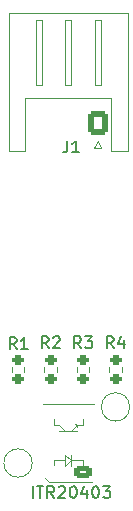
<source format=gbr>
%TF.GenerationSoftware,KiCad,Pcbnew,(6.0.7-1)-1*%
%TF.CreationDate,2024-04-18T04:23:32-04:00*%
%TF.ProjectId,EM_Harpsichord_Sensor_Daughterboard,454d5f48-6172-4707-9369-63686f72645f,rev?*%
%TF.SameCoordinates,Original*%
%TF.FileFunction,Legend,Top*%
%TF.FilePolarity,Positive*%
%FSLAX46Y46*%
G04 Gerber Fmt 4.6, Leading zero omitted, Abs format (unit mm)*
G04 Created by KiCad (PCBNEW (6.0.7-1)-1) date 2024-04-18 04:23:32*
%MOMM*%
%LPD*%
G01*
G04 APERTURE LIST*
G04 Aperture macros list*
%AMRoundRect*
0 Rectangle with rounded corners*
0 $1 Rounding radius*
0 $2 $3 $4 $5 $6 $7 $8 $9 X,Y pos of 4 corners*
0 Add a 4 corners polygon primitive as box body*
4,1,4,$2,$3,$4,$5,$6,$7,$8,$9,$2,$3,0*
0 Add four circle primitives for the rounded corners*
1,1,$1+$1,$2,$3*
1,1,$1+$1,$4,$5*
1,1,$1+$1,$6,$7*
1,1,$1+$1,$8,$9*
0 Add four rect primitives between the rounded corners*
20,1,$1+$1,$2,$3,$4,$5,0*
20,1,$1+$1,$4,$5,$6,$7,0*
20,1,$1+$1,$6,$7,$8,$9,0*
20,1,$1+$1,$8,$9,$2,$3,0*%
G04 Aperture macros list end*
%ADD10C,0.150000*%
%ADD11C,0.120000*%
%ADD12C,2.000000*%
%ADD13RoundRect,0.250000X0.600000X0.725000X-0.600000X0.725000X-0.600000X-0.725000X0.600000X-0.725000X0*%
%ADD14O,1.700000X1.950000*%
%ADD15O,6.300000X12.000000*%
%ADD16RoundRect,0.200000X-0.275000X0.200000X-0.275000X-0.200000X0.275000X-0.200000X0.275000X0.200000X0*%
%ADD17C,1.600000*%
%ADD18RoundRect,0.249700X0.500300X-0.300300X0.500300X0.300300X-0.500300X0.300300X-0.500300X-0.300300X0*%
%ADD19O,1.500000X1.100000*%
G04 APERTURE END LIST*
D10*
%TO.C,J1*%
X101666666Y-81452380D02*
X101666666Y-82166666D01*
X101619047Y-82309523D01*
X101523809Y-82404761D01*
X101380952Y-82452380D01*
X101285714Y-82452380D01*
X102666666Y-82452380D02*
X102095238Y-82452380D01*
X102380952Y-82452380D02*
X102380952Y-81452380D01*
X102285714Y-81595238D01*
X102190476Y-81690476D01*
X102095238Y-81738095D01*
%TO.C,TP2*%
X100738095Y-92950380D02*
X101309523Y-92950380D01*
X101023809Y-93950380D02*
X101023809Y-92950380D01*
X101642857Y-93950380D02*
X101642857Y-92950380D01*
X102023809Y-92950380D01*
X102119047Y-92998000D01*
X102166666Y-93045619D01*
X102214285Y-93140857D01*
X102214285Y-93283714D01*
X102166666Y-93378952D01*
X102119047Y-93426571D01*
X102023809Y-93474190D01*
X101642857Y-93474190D01*
X102595238Y-93045619D02*
X102642857Y-92998000D01*
X102738095Y-92950380D01*
X102976190Y-92950380D01*
X103071428Y-92998000D01*
X103119047Y-93045619D01*
X103166666Y-93140857D01*
X103166666Y-93236095D01*
X103119047Y-93378952D01*
X102547619Y-93950380D01*
X103166666Y-93950380D01*
%TO.C,R2*%
X100083333Y-99027380D02*
X99750000Y-98551190D01*
X99511904Y-99027380D02*
X99511904Y-98027380D01*
X99892857Y-98027380D01*
X99988095Y-98075000D01*
X100035714Y-98122619D01*
X100083333Y-98217857D01*
X100083333Y-98360714D01*
X100035714Y-98455952D01*
X99988095Y-98503571D01*
X99892857Y-98551190D01*
X99511904Y-98551190D01*
X100464285Y-98122619D02*
X100511904Y-98075000D01*
X100607142Y-98027380D01*
X100845238Y-98027380D01*
X100940476Y-98075000D01*
X100988095Y-98122619D01*
X101035714Y-98217857D01*
X101035714Y-98313095D01*
X100988095Y-98455952D01*
X100416666Y-99027380D01*
X101035714Y-99027380D01*
%TO.C,R4*%
X105583333Y-99027380D02*
X105250000Y-98551190D01*
X105011904Y-99027380D02*
X105011904Y-98027380D01*
X105392857Y-98027380D01*
X105488095Y-98075000D01*
X105535714Y-98122619D01*
X105583333Y-98217857D01*
X105583333Y-98360714D01*
X105535714Y-98455952D01*
X105488095Y-98503571D01*
X105392857Y-98551190D01*
X105011904Y-98551190D01*
X106440476Y-98360714D02*
X106440476Y-99027380D01*
X106202380Y-97979761D02*
X105964285Y-98694047D01*
X106583333Y-98694047D01*
%TO.C,R1*%
X97374500Y-99102940D02*
X97041167Y-98626750D01*
X96803071Y-99102940D02*
X96803071Y-98102940D01*
X97184024Y-98102940D01*
X97279262Y-98150560D01*
X97326881Y-98198179D01*
X97374500Y-98293417D01*
X97374500Y-98436274D01*
X97326881Y-98531512D01*
X97279262Y-98579131D01*
X97184024Y-98626750D01*
X96803071Y-98626750D01*
X98326881Y-99102940D02*
X97755452Y-99102940D01*
X98041167Y-99102940D02*
X98041167Y-98102940D01*
X97945928Y-98245798D01*
X97850690Y-98341036D01*
X97755452Y-98388655D01*
%TO.C,U1*%
X98738095Y-111702380D02*
X98738095Y-110702380D01*
X99071428Y-110702380D02*
X99642857Y-110702380D01*
X99357142Y-111702380D02*
X99357142Y-110702380D01*
X100547619Y-111702380D02*
X100214285Y-111226190D01*
X99976190Y-111702380D02*
X99976190Y-110702380D01*
X100357142Y-110702380D01*
X100452380Y-110750000D01*
X100500000Y-110797619D01*
X100547619Y-110892857D01*
X100547619Y-111035714D01*
X100500000Y-111130952D01*
X100452380Y-111178571D01*
X100357142Y-111226190D01*
X99976190Y-111226190D01*
X100928571Y-110797619D02*
X100976190Y-110750000D01*
X101071428Y-110702380D01*
X101309523Y-110702380D01*
X101404761Y-110750000D01*
X101452380Y-110797619D01*
X101500000Y-110892857D01*
X101500000Y-110988095D01*
X101452380Y-111130952D01*
X100880952Y-111702380D01*
X101500000Y-111702380D01*
X102119047Y-110702380D02*
X102214285Y-110702380D01*
X102309523Y-110750000D01*
X102357142Y-110797619D01*
X102404761Y-110892857D01*
X102452380Y-111083333D01*
X102452380Y-111321428D01*
X102404761Y-111511904D01*
X102357142Y-111607142D01*
X102309523Y-111654761D01*
X102214285Y-111702380D01*
X102119047Y-111702380D01*
X102023809Y-111654761D01*
X101976190Y-111607142D01*
X101928571Y-111511904D01*
X101880952Y-111321428D01*
X101880952Y-111083333D01*
X101928571Y-110892857D01*
X101976190Y-110797619D01*
X102023809Y-110750000D01*
X102119047Y-110702380D01*
X103309523Y-111035714D02*
X103309523Y-111702380D01*
X103071428Y-110654761D02*
X102833333Y-111369047D01*
X103452380Y-111369047D01*
X104023809Y-110702380D02*
X104119047Y-110702380D01*
X104214285Y-110750000D01*
X104261904Y-110797619D01*
X104309523Y-110892857D01*
X104357142Y-111083333D01*
X104357142Y-111321428D01*
X104309523Y-111511904D01*
X104261904Y-111607142D01*
X104214285Y-111654761D01*
X104119047Y-111702380D01*
X104023809Y-111702380D01*
X103928571Y-111654761D01*
X103880952Y-111607142D01*
X103833333Y-111511904D01*
X103785714Y-111321428D01*
X103785714Y-111083333D01*
X103833333Y-110892857D01*
X103880952Y-110797619D01*
X103928571Y-110750000D01*
X104023809Y-110702380D01*
X104690476Y-110702380D02*
X105309523Y-110702380D01*
X104976190Y-111083333D01*
X105119047Y-111083333D01*
X105214285Y-111130952D01*
X105261904Y-111178571D01*
X105309523Y-111273809D01*
X105309523Y-111511904D01*
X105261904Y-111607142D01*
X105214285Y-111654761D01*
X105119047Y-111702380D01*
X104833333Y-111702380D01*
X104738095Y-111654761D01*
X104690476Y-111607142D01*
%TO.C,R3*%
X102833333Y-99027380D02*
X102500000Y-98551190D01*
X102261904Y-99027380D02*
X102261904Y-98027380D01*
X102642857Y-98027380D01*
X102738095Y-98075000D01*
X102785714Y-98122619D01*
X102833333Y-98217857D01*
X102833333Y-98360714D01*
X102785714Y-98455952D01*
X102738095Y-98503571D01*
X102642857Y-98551190D01*
X102261904Y-98551190D01*
X103166666Y-98027380D02*
X103785714Y-98027380D01*
X103452380Y-98408333D01*
X103595238Y-98408333D01*
X103690476Y-98455952D01*
X103738095Y-98503571D01*
X103785714Y-98598809D01*
X103785714Y-98836904D01*
X103738095Y-98932142D01*
X103690476Y-98979761D01*
X103595238Y-99027380D01*
X103309523Y-99027380D01*
X103214285Y-98979761D01*
X103166666Y-98932142D01*
D11*
%TO.C,TP3*%
X98700000Y-108750000D02*
G75*
G03*
X98700000Y-108750000I-1200000J0D01*
G01*
%TO.C,J1*%
X99500000Y-76750000D02*
X99500000Y-71250000D01*
X106810000Y-70640000D02*
X106810000Y-82360000D01*
X102000000Y-76750000D02*
X102000000Y-71250000D01*
X98110000Y-82360000D02*
X98110000Y-77860000D01*
X105390000Y-82360000D02*
X105390000Y-77860000D01*
X101750000Y-70640000D02*
X106810000Y-70640000D01*
X104500000Y-76750000D02*
X104500000Y-71250000D01*
X102000000Y-71250000D02*
X101500000Y-71250000D01*
X96690000Y-82360000D02*
X98110000Y-82360000D01*
X104250000Y-81450000D02*
X104550000Y-82050000D01*
X104550000Y-82050000D02*
X103950000Y-82050000D01*
X99000000Y-76750000D02*
X99500000Y-76750000D01*
X98110000Y-77860000D02*
X101750000Y-77860000D01*
X104500000Y-71250000D02*
X104000000Y-71250000D01*
X96690000Y-70640000D02*
X96690000Y-82360000D01*
X99500000Y-71250000D02*
X99000000Y-71250000D01*
X101500000Y-71250000D02*
X101500000Y-76750000D01*
X99000000Y-71250000D02*
X99000000Y-76750000D01*
X101500000Y-76750000D02*
X102000000Y-76750000D01*
X103950000Y-82050000D02*
X104250000Y-81450000D01*
X106810000Y-82360000D02*
X105390000Y-82360000D01*
X104000000Y-76750000D02*
X104500000Y-76750000D01*
X101750000Y-70640000D02*
X96690000Y-70640000D01*
X104000000Y-71250000D02*
X104000000Y-76750000D01*
X105390000Y-77860000D02*
X101750000Y-77860000D01*
%TO.C,TP2*%
X103200000Y-91500000D02*
G75*
G03*
X103200000Y-91500000I-1200000J0D01*
G01*
%TO.C,R2*%
X100772500Y-100587742D02*
X100772500Y-101062258D01*
X99727500Y-100587742D02*
X99727500Y-101062258D01*
%TO.C,R4*%
X106272500Y-100587742D02*
X106272500Y-101062258D01*
X105227500Y-100587742D02*
X105227500Y-101062258D01*
%TO.C,R1*%
X96977500Y-100587742D02*
X96977500Y-101062258D01*
X98022500Y-100587742D02*
X98022500Y-101062258D01*
%TO.C,U1*%
X100500000Y-105025000D02*
X100500000Y-105525000D01*
X100500000Y-105525000D02*
X101000000Y-105525000D01*
X101000000Y-108525000D02*
X101500000Y-108525000D01*
X102000000Y-109025000D02*
X102000000Y-108025000D01*
X100500000Y-108525000D02*
X101000000Y-108525000D01*
X101500000Y-108025000D02*
X101500000Y-108525000D01*
X101000000Y-106025000D02*
X102500000Y-106025000D01*
X101500000Y-109025000D02*
X102000000Y-108525000D01*
X102500000Y-105525000D02*
X103000000Y-105525000D01*
X100150000Y-110345000D02*
X103730000Y-110345000D01*
X103000000Y-105525000D02*
X103000000Y-105025000D01*
X101000000Y-105525000D02*
X101500000Y-106025000D01*
X101500000Y-108525000D02*
X101500000Y-109025000D01*
X103929346Y-103771072D02*
X99629346Y-103771072D01*
X99820000Y-110015000D02*
X100150000Y-110345000D01*
X102000000Y-108525000D02*
X103000000Y-108525000D01*
X103000000Y-108525000D02*
X103000000Y-109025000D01*
X102500000Y-105525000D02*
X102506226Y-105688944D01*
X100500000Y-109025000D02*
X100500000Y-108525000D01*
X102000000Y-106025000D02*
X102500000Y-105525000D01*
X102000000Y-108525000D02*
X101500000Y-108025000D01*
X102500000Y-105525000D02*
X102346433Y-105479345D01*
%TO.C,TP1*%
X106950000Y-104000000D02*
G75*
G03*
X106950000Y-104000000I-1200000J0D01*
G01*
%TO.C,R3*%
X102477500Y-100587742D02*
X102477500Y-101062258D01*
X103522500Y-100587742D02*
X103522500Y-101062258D01*
%TD*%
%LPC*%
D12*
%TO.C,TP3*%
X97500000Y-108750000D03*
%TD*%
D13*
%TO.C,J1*%
X104250000Y-79950000D03*
D14*
X101750000Y-79950000D03*
X99250000Y-79950000D03*
%TD*%
D15*
%TO.C,TP2*%
X102000000Y-91500000D03*
%TD*%
D16*
%TO.C,R2*%
X100250000Y-101650000D03*
X100250000Y-100000000D03*
%TD*%
%TO.C,R4*%
X105750000Y-100000000D03*
X105750000Y-101650000D03*
%TD*%
%TO.C,R1*%
X97500000Y-101650000D03*
X97500000Y-100000000D03*
%TD*%
D17*
%TO.C,U1*%
X100500000Y-107025000D03*
X103000000Y-107025000D03*
D18*
X103000000Y-109525000D03*
D19*
X100500000Y-109525000D03*
X100500000Y-104525000D03*
X103000000Y-104525000D03*
%TD*%
D12*
%TO.C,TP1*%
X105750000Y-104000000D03*
%TD*%
D16*
%TO.C,R3*%
X103000000Y-101650000D03*
X103000000Y-100000000D03*
%TD*%
M02*

</source>
